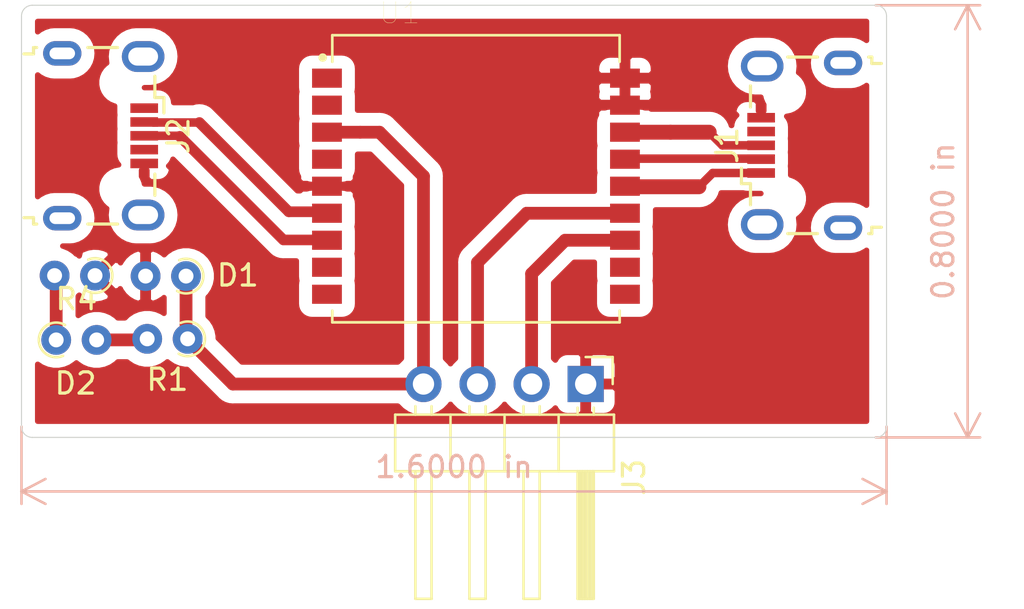
<source format=kicad_pcb>
(kicad_pcb (version 20171130) (host pcbnew 5.1.9-73d0e3b20d~88~ubuntu20.04.1)

  (general
    (thickness 1.6)
    (drawings 10)
    (tracks 43)
    (zones 0)
    (modules 8)
    (nets 23)
  )

  (page A4)
  (title_block
    (title Layout-Expansion_board)
    (date 2021-06-08)
    (rev v2.1)
    (company UNSJ)
  )

  (layers
    (0 F.Cu signal)
    (31 B.Cu signal hide)
    (32 B.Adhes user hide)
    (33 F.Adhes user hide)
    (34 B.Paste user hide)
    (35 F.Paste user hide)
    (36 B.SilkS user)
    (37 F.SilkS user)
    (38 B.Mask user hide)
    (39 F.Mask user hide)
    (40 Dwgs.User user hide)
    (41 Cmts.User user hide)
    (42 Eco1.User user hide)
    (43 Eco2.User user hide)
    (44 Edge.Cuts user)
    (45 Margin user hide)
    (46 B.CrtYd user hide)
    (47 F.CrtYd user)
    (48 B.Fab user hide)
    (49 F.Fab user hide)
  )

  (setup
    (last_trace_width 0.4)
    (trace_clearance 0.2)
    (zone_clearance 0.708)
    (zone_45_only no)
    (trace_min 0.2)
    (via_size 0.8)
    (via_drill 0.4)
    (via_min_size 0.4)
    (via_min_drill 0.3)
    (uvia_size 0.3)
    (uvia_drill 0.1)
    (uvias_allowed no)
    (uvia_min_size 0.2)
    (uvia_min_drill 0.1)
    (edge_width 0.05)
    (segment_width 0.2)
    (pcb_text_width 0.3)
    (pcb_text_size 1.5 1.5)
    (mod_edge_width 0.12)
    (mod_text_size 1 1)
    (mod_text_width 0.15)
    (pad_size 1.524 1.524)
    (pad_drill 0.762)
    (pad_to_mask_clearance 0)
    (aux_axis_origin 0 0)
    (visible_elements FFFFFF7F)
    (pcbplotparams
      (layerselection 0x010fc_ffffffff)
      (usegerberextensions false)
      (usegerberattributes true)
      (usegerberadvancedattributes true)
      (creategerberjobfile true)
      (excludeedgelayer true)
      (linewidth 0.100000)
      (plotframeref false)
      (viasonmask false)
      (mode 1)
      (useauxorigin false)
      (hpglpennumber 1)
      (hpglpenspeed 20)
      (hpglpendiameter 15.000000)
      (psnegative false)
      (psa4output false)
      (plotreference true)
      (plotvalue true)
      (plotinvisibletext false)
      (padsonsilk false)
      (subtractmaskfromsilk false)
      (outputformat 4)
      (mirror false)
      (drillshape 0)
      (scaleselection 1)
      (outputdirectory "pdf/"))
  )

  (net 0 "")
  (net 1 /VIN)
  (net 2 /GND)
  (net 3 "Net-(D2-Pad2)")
  (net 4 /SWDCLK)
  (net 5 /SWDIO)
  (net 6 /RESET)
  (net 7 /V_USB)
  (net 8 /RXD-USB_DP)
  (net 9 /RXD-USB_DM)
  (net 10 "Net-(J2-Pad4)")
  (net 11 "Net-(J2-Pad6)")
  (net 12 /I2C_SDA)
  (net 13 /I2C_SCL)
  (net 14 "Net-(U1-Pad1)")
  (net 15 "Net-(U1-Pad2)")
  (net 16 "Net-(U1-Pad4)")
  (net 17 "Net-(U1-Pad8)")
  (net 18 "Net-(U1-Pad9)")
  (net 19 "Net-(U1-Pad10)")
  (net 20 "Net-(U1-Pad11)")
  (net 21 "Net-(J1-Pad6)")
  (net 22 "Net-(J1-Pad4)")

  (net_class Default "This is the default net class."
    (clearance 0.2)
    (trace_width 0.4)
    (via_dia 0.8)
    (via_drill 0.4)
    (uvia_dia 0.3)
    (uvia_drill 0.1)
    (add_net /I2C_SCL)
    (add_net /I2C_SDA)
    (add_net /RESET)
    (add_net /RXD-USB_DM)
    (add_net /RXD-USB_DP)
    (add_net /SWDCLK)
    (add_net /SWDIO)
    (add_net /VIN)
    (add_net "Net-(D2-Pad2)")
    (add_net "Net-(J1-Pad4)")
    (add_net "Net-(J1-Pad6)")
    (add_net "Net-(J2-Pad4)")
    (add_net "Net-(J2-Pad6)")
    (add_net "Net-(U1-Pad1)")
    (add_net "Net-(U1-Pad10)")
    (add_net "Net-(U1-Pad11)")
    (add_net "Net-(U1-Pad2)")
    (add_net "Net-(U1-Pad4)")
    (add_net "Net-(U1-Pad8)")
    (add_net "Net-(U1-Pad9)")
  )

  (net_class Power ""
    (clearance 0.2)
    (trace_width 0.5)
    (via_dia 0.8)
    (via_drill 0.4)
    (uvia_dia 0.3)
    (uvia_drill 0.1)
    (add_net /GND)
    (add_net /V_USB)
  )

  (module Connector_USB:USB_Micro-B_Wuerth_629105150521 (layer F.Cu) (tedit 5A142044) (tstamp 60C7A4E5)
    (at 100.385 53.128 270)
    (descr "USB Micro-B receptacle, http://www.mouser.com/ds/2/445/629105150521-469306.pdf")
    (tags "usb micro receptacle")
    (path /60BACB5E)
    (attr smd)
    (fp_text reference J2 (at 0 -3.5 90) (layer F.SilkS)
      (effects (font (size 1 1) (thickness 0.15)))
    )
    (fp_text value USB_B_Micro (at 0 5.6 90) (layer F.Fab)
      (effects (font (size 1 1) (thickness 0.15)))
    )
    (fp_line (start -4 -2.25) (end -4 3.15) (layer F.Fab) (width 0.15))
    (fp_line (start -4 3.15) (end -3.7 3.15) (layer F.Fab) (width 0.15))
    (fp_line (start -3.7 3.15) (end -3.7 4.35) (layer F.Fab) (width 0.15))
    (fp_line (start -3.7 4.35) (end 3.7 4.35) (layer F.Fab) (width 0.15))
    (fp_line (start 3.7 4.35) (end 3.7 3.15) (layer F.Fab) (width 0.15))
    (fp_line (start 3.7 3.15) (end 4 3.15) (layer F.Fab) (width 0.15))
    (fp_line (start 4 3.15) (end 4 -2.25) (layer F.Fab) (width 0.15))
    (fp_line (start 4 -2.25) (end -4 -2.25) (layer F.Fab) (width 0.15))
    (fp_line (start -2.7 3.75) (end 2.7 3.75) (layer F.Fab) (width 0.15))
    (fp_line (start -1.075 -2.725) (end -1.3 -2.55) (layer F.Fab) (width 0.15))
    (fp_line (start -1.3 -2.55) (end -1.525 -2.725) (layer F.Fab) (width 0.15))
    (fp_line (start -1.525 -2.725) (end -1.525 -2.95) (layer F.Fab) (width 0.15))
    (fp_line (start -1.525 -2.95) (end -1.075 -2.95) (layer F.Fab) (width 0.15))
    (fp_line (start -1.075 -2.95) (end -1.075 -2.725) (layer F.Fab) (width 0.15))
    (fp_line (start -4.15 -0.65) (end -4.15 0.75) (layer F.SilkS) (width 0.15))
    (fp_line (start -4.15 3.15) (end -4.15 3.3) (layer F.SilkS) (width 0.15))
    (fp_line (start -4.15 3.3) (end -3.85 3.3) (layer F.SilkS) (width 0.15))
    (fp_line (start -3.85 3.3) (end -3.85 3.75) (layer F.SilkS) (width 0.15))
    (fp_line (start 3.85 3.75) (end 3.85 3.3) (layer F.SilkS) (width 0.15))
    (fp_line (start 3.85 3.3) (end 4.15 3.3) (layer F.SilkS) (width 0.15))
    (fp_line (start 4.15 3.3) (end 4.15 3.15) (layer F.SilkS) (width 0.15))
    (fp_line (start 4.15 0.75) (end 4.15 -0.65) (layer F.SilkS) (width 0.15))
    (fp_line (start -1.075 -2.825) (end -1.8 -2.825) (layer F.SilkS) (width 0.15))
    (fp_line (start -1.8 -2.825) (end -1.8 -2.4) (layer F.SilkS) (width 0.15))
    (fp_line (start -1.8 -2.4) (end -2.8 -2.4) (layer F.SilkS) (width 0.15))
    (fp_line (start 1.8 -2.4) (end 2.8 -2.4) (layer F.SilkS) (width 0.15))
    (fp_line (start -4.94 -3.34) (end -4.94 4.85) (layer F.CrtYd) (width 0.05))
    (fp_line (start -4.94 4.85) (end 4.95 4.85) (layer F.CrtYd) (width 0.05))
    (fp_line (start 4.95 4.85) (end 4.95 -3.34) (layer F.CrtYd) (width 0.05))
    (fp_line (start 4.95 -3.34) (end -4.94 -3.34) (layer F.CrtYd) (width 0.05))
    (fp_text user %R (at 0 1.05 90) (layer F.Fab)
      (effects (font (size 1 1) (thickness 0.15)))
    )
    (fp_text user "PCB Edge" (at 0 3.75 90) (layer Dwgs.User)
      (effects (font (size 0.5 0.5) (thickness 0.08)))
    )
    (pad 1 smd rect (at -1.3 -1.9 270) (size 0.45 1.3) (layers F.Cu F.Paste F.Mask)
      (net 7 /V_USB))
    (pad 2 smd rect (at -0.65 -1.9 270) (size 0.45 1.3) (layers F.Cu F.Paste F.Mask)
      (net 8 /RXD-USB_DP))
    (pad 3 smd rect (at 0 -1.9 270) (size 0.45 1.3) (layers F.Cu F.Paste F.Mask)
      (net 9 /RXD-USB_DM))
    (pad 4 smd rect (at 0.65 -1.9 270) (size 0.45 1.3) (layers F.Cu F.Paste F.Mask)
      (net 10 "Net-(J2-Pad4)"))
    (pad 5 smd rect (at 1.3 -1.9 270) (size 0.45 1.3) (layers F.Cu F.Paste F.Mask)
      (net 2 /GND))
    (pad 6 thru_hole oval (at -3.725 -1.85 270) (size 1.45 2) (drill oval 0.85 1.4) (layers *.Cu *.Mask)
      (net 11 "Net-(J2-Pad6)"))
    (pad 6 thru_hole oval (at 3.725 -1.85 270) (size 1.45 2) (drill oval 0.85 1.4) (layers *.Cu *.Mask)
      (net 11 "Net-(J2-Pad6)"))
    (pad 6 thru_hole oval (at -3.875 1.95 270) (size 1.15 1.8) (drill oval 0.55 1.2) (layers *.Cu *.Mask)
      (net 11 "Net-(J2-Pad6)"))
    (pad 6 thru_hole oval (at 3.875 1.95 270) (size 1.15 1.8) (drill oval 0.55 1.2) (layers *.Cu *.Mask)
      (net 11 "Net-(J2-Pad6)"))
    (pad "" np_thru_hole oval (at -2.5 -0.8 270) (size 0.8 0.8) (drill 0.8) (layers *.Cu *.Mask))
    (pad "" np_thru_hole oval (at 2.5 -0.8 270) (size 0.8 0.8) (drill 0.8) (layers *.Cu *.Mask))
    (model ${KISYS3DMOD}/Connector_USB.3dshapes/USB_Micro-B_Wuerth_629105150521.wrl
      (at (xyz 0 0 0))
      (scale (xyz 1 1 1))
      (rotate (xyz 0 0 0))
    )
  )

  (module Connector_USB:USB_Micro-B_Wuerth_629105150521 (layer F.Cu) (tedit 5A142044) (tstamp 60C94974)
    (at 133.168 53.5774 90)
    (descr "USB Micro-B receptacle, http://www.mouser.com/ds/2/445/629105150521-469306.pdf")
    (tags "usb micro receptacle")
    (path /60C7DFF7)
    (attr smd)
    (fp_text reference J1 (at 0 -3.5 90) (layer F.SilkS)
      (effects (font (size 1 1) (thickness 0.15)))
    )
    (fp_text value USB_B_Micro (at 0 5.6 90) (layer F.Fab)
      (effects (font (size 1 1) (thickness 0.15)))
    )
    (fp_line (start 4.95 -3.34) (end -4.94 -3.34) (layer F.CrtYd) (width 0.05))
    (fp_line (start 4.95 4.85) (end 4.95 -3.34) (layer F.CrtYd) (width 0.05))
    (fp_line (start -4.94 4.85) (end 4.95 4.85) (layer F.CrtYd) (width 0.05))
    (fp_line (start -4.94 -3.34) (end -4.94 4.85) (layer F.CrtYd) (width 0.05))
    (fp_line (start 1.8 -2.4) (end 2.8 -2.4) (layer F.SilkS) (width 0.15))
    (fp_line (start -1.8 -2.4) (end -2.8 -2.4) (layer F.SilkS) (width 0.15))
    (fp_line (start -1.8 -2.825) (end -1.8 -2.4) (layer F.SilkS) (width 0.15))
    (fp_line (start -1.075 -2.825) (end -1.8 -2.825) (layer F.SilkS) (width 0.15))
    (fp_line (start 4.15 0.75) (end 4.15 -0.65) (layer F.SilkS) (width 0.15))
    (fp_line (start 4.15 3.3) (end 4.15 3.15) (layer F.SilkS) (width 0.15))
    (fp_line (start 3.85 3.3) (end 4.15 3.3) (layer F.SilkS) (width 0.15))
    (fp_line (start 3.85 3.75) (end 3.85 3.3) (layer F.SilkS) (width 0.15))
    (fp_line (start -3.85 3.3) (end -3.85 3.75) (layer F.SilkS) (width 0.15))
    (fp_line (start -4.15 3.3) (end -3.85 3.3) (layer F.SilkS) (width 0.15))
    (fp_line (start -4.15 3.15) (end -4.15 3.3) (layer F.SilkS) (width 0.15))
    (fp_line (start -4.15 -0.65) (end -4.15 0.75) (layer F.SilkS) (width 0.15))
    (fp_line (start -1.075 -2.95) (end -1.075 -2.725) (layer F.Fab) (width 0.15))
    (fp_line (start -1.525 -2.95) (end -1.075 -2.95) (layer F.Fab) (width 0.15))
    (fp_line (start -1.525 -2.725) (end -1.525 -2.95) (layer F.Fab) (width 0.15))
    (fp_line (start -1.3 -2.55) (end -1.525 -2.725) (layer F.Fab) (width 0.15))
    (fp_line (start -1.075 -2.725) (end -1.3 -2.55) (layer F.Fab) (width 0.15))
    (fp_line (start -2.7 3.75) (end 2.7 3.75) (layer F.Fab) (width 0.15))
    (fp_line (start 4 -2.25) (end -4 -2.25) (layer F.Fab) (width 0.15))
    (fp_line (start 4 3.15) (end 4 -2.25) (layer F.Fab) (width 0.15))
    (fp_line (start 3.7 3.15) (end 4 3.15) (layer F.Fab) (width 0.15))
    (fp_line (start 3.7 4.35) (end 3.7 3.15) (layer F.Fab) (width 0.15))
    (fp_line (start -3.7 4.35) (end 3.7 4.35) (layer F.Fab) (width 0.15))
    (fp_line (start -3.7 3.15) (end -3.7 4.35) (layer F.Fab) (width 0.15))
    (fp_line (start -4 3.15) (end -3.7 3.15) (layer F.Fab) (width 0.15))
    (fp_line (start -4 -2.25) (end -4 3.15) (layer F.Fab) (width 0.15))
    (fp_text user "PCB Edge" (at 0 3.75 90) (layer Dwgs.User)
      (effects (font (size 0.5 0.5) (thickness 0.08)))
    )
    (fp_text user %R (at 0 1.05 270) (layer F.Fab)
      (effects (font (size 1 1) (thickness 0.15)))
    )
    (pad "" np_thru_hole oval (at 2.5 -0.8 90) (size 0.8 0.8) (drill 0.8) (layers *.Cu *.Mask))
    (pad "" np_thru_hole oval (at -2.5 -0.8 90) (size 0.8 0.8) (drill 0.8) (layers *.Cu *.Mask))
    (pad 6 thru_hole oval (at 3.875 1.95 90) (size 1.15 1.8) (drill oval 0.55 1.2) (layers *.Cu *.Mask)
      (net 21 "Net-(J1-Pad6)"))
    (pad 6 thru_hole oval (at -3.875 1.95 90) (size 1.15 1.8) (drill oval 0.55 1.2) (layers *.Cu *.Mask)
      (net 21 "Net-(J1-Pad6)"))
    (pad 6 thru_hole oval (at 3.725 -1.85 90) (size 1.45 2) (drill oval 0.85 1.4) (layers *.Cu *.Mask)
      (net 21 "Net-(J1-Pad6)"))
    (pad 6 thru_hole oval (at -3.725 -1.85 90) (size 1.45 2) (drill oval 0.85 1.4) (layers *.Cu *.Mask)
      (net 21 "Net-(J1-Pad6)"))
    (pad 5 smd rect (at 1.3 -1.9 90) (size 0.45 1.3) (layers F.Cu F.Paste F.Mask)
      (net 2 /GND))
    (pad 4 smd rect (at 0.65 -1.9 90) (size 0.45 1.3) (layers F.Cu F.Paste F.Mask)
      (net 22 "Net-(J1-Pad4)"))
    (pad 3 smd rect (at 0 -1.9 90) (size 0.45 1.3) (layers F.Cu F.Paste F.Mask)
      (net 5 /SWDIO))
    (pad 2 smd rect (at -0.65 -1.9 90) (size 0.45 1.3) (layers F.Cu F.Paste F.Mask)
      (net 4 /SWDCLK))
    (pad 1 smd rect (at -1.3 -1.9 90) (size 0.45 1.3) (layers F.Cu F.Paste F.Mask)
      (net 6 /RESET))
    (model ${KISYS3DMOD}/Connector_USB.3dshapes/USB_Micro-B_Wuerth_629105150521.wrl
      (at (xyz 0 0 0))
      (scale (xyz 1 1 1))
      (rotate (xyz 0 0 0))
    )
  )

  (module STEVAL-STLCS01V1_footprint:XDCR_STEVAL-STLCS01V1 (layer F.Cu) (tedit 60BA88FE) (tstamp 60C94885)
    (at 117.871 55.499)
    (path /60BA8E27)
    (fp_text reference U1 (at -3.57888 -8.14384) (layer F.SilkS)
      (effects (font (size 1.001087 1.001087) (thickness 0.015)))
    )
    (fp_text value STEVAL-STLCS01V1 (at 6.69817 7.42958) (layer F.Fab)
      (effects (font (size 1.001969 1.001969) (thickness 0.015)))
    )
    (fp_line (start -6.75 -5.85) (end -6.75 -7.1) (layer F.SilkS) (width 0.127))
    (fp_line (start -6.75 -7.1) (end 6.75 -7.1) (layer F.SilkS) (width 0.127))
    (fp_line (start 6.75 -7.1) (end 6.75 -5.85) (layer F.SilkS) (width 0.127))
    (fp_line (start -6.75 5.85) (end -6.75 6.4) (layer F.SilkS) (width 0.127))
    (fp_line (start -6.75 6.4) (end 6.75 6.4) (layer F.SilkS) (width 0.127))
    (fp_line (start 6.75 6.4) (end 6.75 5.85) (layer F.SilkS) (width 0.127))
    (fp_circle (center -7.2 -6.05) (end -7.1 -6.05) (layer F.SilkS) (width 0.2))
    (fp_line (start -7.95 6.65) (end 7.95 6.65) (layer F.CrtYd) (width 0.05))
    (fp_line (start 7.95 6.65) (end 7.95 -7.35) (layer F.CrtYd) (width 0.05))
    (fp_line (start 7.95 -7.35) (end -7.95 -7.35) (layer F.CrtYd) (width 0.05))
    (fp_line (start -7.95 -7.35) (end -7.95 6.65) (layer F.CrtYd) (width 0.05))
    (fp_poly (pts (xy -0.050068 -7.05) (xy 5.95 -7.05) (xy 5.95 -3.85522) (xy -0.050068 -3.85522)) (layer Dwgs.User) (width 0.01))
    (fp_poly (pts (xy -0.050146 -7.05) (xy 5.95 -7.05) (xy 5.95 -3.86122) (xy -0.050146 -3.86122)) (layer Dwgs.User) (width 0.01))
    (fp_poly (pts (xy -0.050039 -7.05) (xy 5.95 -7.05) (xy 5.95 -3.85302) (xy -0.050039 -3.85302)) (layer Dwgs.User) (width 0.01))
    (fp_poly (pts (xy -5.61746 -6.5) (xy -1.35 -6.5) (xy -1.35 -4.71466) (xy -5.61746 -4.71466)) (layer Dwgs.User) (width 0.01))
    (fp_poly (pts (xy -1.85399 -3.4) (xy 1.85 -3.4) (xy 1.85 3.00646) (xy -1.85399 3.00646)) (layer Dwgs.User) (width 0.01))
    (fp_poly (pts (xy 5.50937 5.6) (xy 6.2 5.6) (xy 6.2 6.41091) (xy 5.50937 6.41091)) (layer Dwgs.User) (width 0.01))
    (fp_poly (pts (xy 6.01456 -5.8) (xy 7.8 -5.8) (xy 7.8 -5.61359) (xy 6.01456 -5.61359)) (layer Dwgs.User) (width 0.01))
    (fp_poly (pts (xy 6.01817 -5.6) (xy 6.2 -5.6) (xy 6.2 -3.30999) (xy 6.01817 -3.30999)) (layer Dwgs.User) (width 0.01))
    (fp_poly (pts (xy 6.01398 -3.3) (xy 7.8 -3.3) (xy 7.8 -3.10722) (xy 6.01398 -3.10722)) (layer Dwgs.User) (width 0.01))
    (fp_poly (pts (xy 6.21354 -4.525) (xy 7.8 -4.525) (xy 7.8 -4.35949) (xy 6.21354 -4.35949)) (layer Dwgs.User) (width 0.01))
    (pad 1 smd rect (at -7 -5.08) (size 1.4 0.9) (layers F.Cu F.Paste F.Mask)
      (net 14 "Net-(U1-Pad1)"))
    (pad 2 smd rect (at -7 -3.81) (size 1.4 0.9) (layers F.Cu F.Paste F.Mask)
      (net 15 "Net-(U1-Pad2)"))
    (pad 3 smd rect (at -7 -2.54) (size 1.4 0.9) (layers F.Cu F.Paste F.Mask)
      (net 1 /VIN))
    (pad 4 smd rect (at -7 -1.27) (size 1.4 0.9) (layers F.Cu F.Paste F.Mask)
      (net 16 "Net-(U1-Pad4)"))
    (pad 5 smd rect (at -7 0) (size 1.4 0.9) (layers F.Cu F.Paste F.Mask)
      (net 2 /GND))
    (pad 6 smd rect (at -7 1.27) (size 1.4 0.9) (layers F.Cu F.Paste F.Mask)
      (net 8 /RXD-USB_DP))
    (pad 7 smd rect (at -7 2.54) (size 1.4 0.9) (layers F.Cu F.Paste F.Mask)
      (net 9 /RXD-USB_DM))
    (pad 8 smd rect (at -7 3.81) (size 1.4 0.9) (layers F.Cu F.Paste F.Mask)
      (net 17 "Net-(U1-Pad8)"))
    (pad 9 smd rect (at -7 5.08) (size 1.4 0.9) (layers F.Cu F.Paste F.Mask)
      (net 18 "Net-(U1-Pad9)"))
    (pad 10 smd rect (at 7 5.08) (size 1.4 0.9) (layers F.Cu F.Paste F.Mask)
      (net 19 "Net-(U1-Pad10)"))
    (pad 11 smd rect (at 7 3.81) (size 1.4 0.9) (layers F.Cu F.Paste F.Mask)
      (net 20 "Net-(U1-Pad11)"))
    (pad 12 smd rect (at 7 2.54) (size 1.4 0.9) (layers F.Cu F.Paste F.Mask)
      (net 12 /I2C_SDA))
    (pad 13 smd rect (at 7 1.27) (size 1.4 0.9) (layers F.Cu F.Paste F.Mask)
      (net 13 /I2C_SCL))
    (pad 14 smd rect (at 7 0) (size 1.4 0.9) (layers F.Cu F.Paste F.Mask)
      (net 6 /RESET))
    (pad 15 smd rect (at 7 -1.27) (size 1.4 0.9) (layers F.Cu F.Paste F.Mask)
      (net 4 /SWDCLK))
    (pad 16 smd rect (at 7 -2.54) (size 1.4 0.9) (layers F.Cu F.Paste F.Mask)
      (net 5 /SWDIO))
    (pad 17 smd rect (at 7 -3.81) (size 1.4 0.9) (layers F.Cu F.Paste F.Mask)
      (net 2 /GND))
    (pad 18 smd rect (at 7 -5.08) (size 1.4 0.9) (layers F.Cu F.Paste F.Mask)
      (net 2 /GND))
  )

  (module Connector_PinHeader_2.54mm:PinHeader_1x04_P2.54mm_Horizontal (layer F.Cu) (tedit 59FED5CB) (tstamp 60C918B8)
    (at 123.025 64.8 270)
    (descr "Through hole angled pin header, 1x04, 2.54mm pitch, 6mm pin length, single row")
    (tags "Through hole angled pin header THT 1x04 2.54mm single row")
    (path /60C28856)
    (fp_text reference J3 (at 4.385 -2.27 90) (layer F.SilkS)
      (effects (font (size 1 1) (thickness 0.15)))
    )
    (fp_text value Conn_01x04_Male (at 4.385 9.89 90) (layer F.Fab)
      (effects (font (size 1 1) (thickness 0.15)))
    )
    (fp_line (start 10.55 -1.8) (end -1.8 -1.8) (layer F.CrtYd) (width 0.05))
    (fp_line (start 10.55 9.4) (end 10.55 -1.8) (layer F.CrtYd) (width 0.05))
    (fp_line (start -1.8 9.4) (end 10.55 9.4) (layer F.CrtYd) (width 0.05))
    (fp_line (start -1.8 -1.8) (end -1.8 9.4) (layer F.CrtYd) (width 0.05))
    (fp_line (start -1.27 -1.27) (end 0 -1.27) (layer F.SilkS) (width 0.12))
    (fp_line (start -1.27 0) (end -1.27 -1.27) (layer F.SilkS) (width 0.12))
    (fp_line (start 1.042929 8) (end 1.44 8) (layer F.SilkS) (width 0.12))
    (fp_line (start 1.042929 7.24) (end 1.44 7.24) (layer F.SilkS) (width 0.12))
    (fp_line (start 10.1 8) (end 4.1 8) (layer F.SilkS) (width 0.12))
    (fp_line (start 10.1 7.24) (end 10.1 8) (layer F.SilkS) (width 0.12))
    (fp_line (start 4.1 7.24) (end 10.1 7.24) (layer F.SilkS) (width 0.12))
    (fp_line (start 1.44 6.35) (end 4.1 6.35) (layer F.SilkS) (width 0.12))
    (fp_line (start 1.042929 5.46) (end 1.44 5.46) (layer F.SilkS) (width 0.12))
    (fp_line (start 1.042929 4.7) (end 1.44 4.7) (layer F.SilkS) (width 0.12))
    (fp_line (start 10.1 5.46) (end 4.1 5.46) (layer F.SilkS) (width 0.12))
    (fp_line (start 10.1 4.7) (end 10.1 5.46) (layer F.SilkS) (width 0.12))
    (fp_line (start 4.1 4.7) (end 10.1 4.7) (layer F.SilkS) (width 0.12))
    (fp_line (start 1.44 3.81) (end 4.1 3.81) (layer F.SilkS) (width 0.12))
    (fp_line (start 1.042929 2.92) (end 1.44 2.92) (layer F.SilkS) (width 0.12))
    (fp_line (start 1.042929 2.16) (end 1.44 2.16) (layer F.SilkS) (width 0.12))
    (fp_line (start 10.1 2.92) (end 4.1 2.92) (layer F.SilkS) (width 0.12))
    (fp_line (start 10.1 2.16) (end 10.1 2.92) (layer F.SilkS) (width 0.12))
    (fp_line (start 4.1 2.16) (end 10.1 2.16) (layer F.SilkS) (width 0.12))
    (fp_line (start 1.44 1.27) (end 4.1 1.27) (layer F.SilkS) (width 0.12))
    (fp_line (start 1.11 0.38) (end 1.44 0.38) (layer F.SilkS) (width 0.12))
    (fp_line (start 1.11 -0.38) (end 1.44 -0.38) (layer F.SilkS) (width 0.12))
    (fp_line (start 4.1 0.28) (end 10.1 0.28) (layer F.SilkS) (width 0.12))
    (fp_line (start 4.1 0.16) (end 10.1 0.16) (layer F.SilkS) (width 0.12))
    (fp_line (start 4.1 0.04) (end 10.1 0.04) (layer F.SilkS) (width 0.12))
    (fp_line (start 4.1 -0.08) (end 10.1 -0.08) (layer F.SilkS) (width 0.12))
    (fp_line (start 4.1 -0.2) (end 10.1 -0.2) (layer F.SilkS) (width 0.12))
    (fp_line (start 4.1 -0.32) (end 10.1 -0.32) (layer F.SilkS) (width 0.12))
    (fp_line (start 10.1 0.38) (end 4.1 0.38) (layer F.SilkS) (width 0.12))
    (fp_line (start 10.1 -0.38) (end 10.1 0.38) (layer F.SilkS) (width 0.12))
    (fp_line (start 4.1 -0.38) (end 10.1 -0.38) (layer F.SilkS) (width 0.12))
    (fp_line (start 4.1 -1.33) (end 1.44 -1.33) (layer F.SilkS) (width 0.12))
    (fp_line (start 4.1 8.95) (end 4.1 -1.33) (layer F.SilkS) (width 0.12))
    (fp_line (start 1.44 8.95) (end 4.1 8.95) (layer F.SilkS) (width 0.12))
    (fp_line (start 1.44 -1.33) (end 1.44 8.95) (layer F.SilkS) (width 0.12))
    (fp_line (start 4.04 7.94) (end 10.04 7.94) (layer F.Fab) (width 0.1))
    (fp_line (start 10.04 7.3) (end 10.04 7.94) (layer F.Fab) (width 0.1))
    (fp_line (start 4.04 7.3) (end 10.04 7.3) (layer F.Fab) (width 0.1))
    (fp_line (start -0.32 7.94) (end 1.5 7.94) (layer F.Fab) (width 0.1))
    (fp_line (start -0.32 7.3) (end -0.32 7.94) (layer F.Fab) (width 0.1))
    (fp_line (start -0.32 7.3) (end 1.5 7.3) (layer F.Fab) (width 0.1))
    (fp_line (start 4.04 5.4) (end 10.04 5.4) (layer F.Fab) (width 0.1))
    (fp_line (start 10.04 4.76) (end 10.04 5.4) (layer F.Fab) (width 0.1))
    (fp_line (start 4.04 4.76) (end 10.04 4.76) (layer F.Fab) (width 0.1))
    (fp_line (start -0.32 5.4) (end 1.5 5.4) (layer F.Fab) (width 0.1))
    (fp_line (start -0.32 4.76) (end -0.32 5.4) (layer F.Fab) (width 0.1))
    (fp_line (start -0.32 4.76) (end 1.5 4.76) (layer F.Fab) (width 0.1))
    (fp_line (start 4.04 2.86) (end 10.04 2.86) (layer F.Fab) (width 0.1))
    (fp_line (start 10.04 2.22) (end 10.04 2.86) (layer F.Fab) (width 0.1))
    (fp_line (start 4.04 2.22) (end 10.04 2.22) (layer F.Fab) (width 0.1))
    (fp_line (start -0.32 2.86) (end 1.5 2.86) (layer F.Fab) (width 0.1))
    (fp_line (start -0.32 2.22) (end -0.32 2.86) (layer F.Fab) (width 0.1))
    (fp_line (start -0.32 2.22) (end 1.5 2.22) (layer F.Fab) (width 0.1))
    (fp_line (start 4.04 0.32) (end 10.04 0.32) (layer F.Fab) (width 0.1))
    (fp_line (start 10.04 -0.32) (end 10.04 0.32) (layer F.Fab) (width 0.1))
    (fp_line (start 4.04 -0.32) (end 10.04 -0.32) (layer F.Fab) (width 0.1))
    (fp_line (start -0.32 0.32) (end 1.5 0.32) (layer F.Fab) (width 0.1))
    (fp_line (start -0.32 -0.32) (end -0.32 0.32) (layer F.Fab) (width 0.1))
    (fp_line (start -0.32 -0.32) (end 1.5 -0.32) (layer F.Fab) (width 0.1))
    (fp_line (start 1.5 -0.635) (end 2.135 -1.27) (layer F.Fab) (width 0.1))
    (fp_line (start 1.5 8.89) (end 1.5 -0.635) (layer F.Fab) (width 0.1))
    (fp_line (start 4.04 8.89) (end 1.5 8.89) (layer F.Fab) (width 0.1))
    (fp_line (start 4.04 -1.27) (end 4.04 8.89) (layer F.Fab) (width 0.1))
    (fp_line (start 2.135 -1.27) (end 4.04 -1.27) (layer F.Fab) (width 0.1))
    (fp_text user %R (at 2.77 3.81) (layer F.Fab)
      (effects (font (size 1 1) (thickness 0.15)))
    )
    (pad 1 thru_hole rect (at 0 0 270) (size 1.7 1.7) (drill 1) (layers *.Cu *.Mask)
      (net 2 /GND))
    (pad 2 thru_hole oval (at 0 2.54 270) (size 1.7 1.7) (drill 1) (layers *.Cu *.Mask)
      (net 12 /I2C_SDA))
    (pad 3 thru_hole oval (at 0 5.08 270) (size 1.7 1.7) (drill 1) (layers *.Cu *.Mask)
      (net 13 /I2C_SCL))
    (pad 4 thru_hole oval (at 0 7.62 270) (size 1.7 1.7) (drill 1) (layers *.Cu *.Mask)
      (net 1 /VIN))
    (model ${KISYS3DMOD}/Connector_PinHeader_2.54mm.3dshapes/PinHeader_1x04_P2.54mm_Horizontal.wrl
      (at (xyz 0 0 0))
      (scale (xyz 1 1 1))
      (rotate (xyz 0 0 0))
    )
  )

  (module Resistor_THT:R_Axial_DIN0204_L3.6mm_D1.6mm_P1.90mm_Vertical (layer F.Cu) (tedit 5AE5139B) (tstamp 60C93A7A)
    (at 104.325 62.675 180)
    (descr "Resistor, Axial_DIN0204 series, Axial, Vertical, pin pitch=1.9mm, 0.167W, length*diameter=3.6*1.6mm^2, http://cdn-reichelt.de/documents/datenblatt/B400/1_4W%23YAG.pdf")
    (tags "Resistor Axial_DIN0204 series Axial Vertical pin pitch 1.9mm 0.167W length 3.6mm diameter 1.6mm")
    (path /60C00A3D)
    (fp_text reference R1 (at 0.95 -1.92) (layer F.SilkS)
      (effects (font (size 1 1) (thickness 0.15)))
    )
    (fp_text value 1,2Ω (at 0.95 1.92) (layer F.Fab)
      (effects (font (size 1 1) (thickness 0.15)))
    )
    (fp_line (start 2.86 -1.05) (end -1.05 -1.05) (layer F.CrtYd) (width 0.05))
    (fp_line (start 2.86 1.05) (end 2.86 -1.05) (layer F.CrtYd) (width 0.05))
    (fp_line (start -1.05 1.05) (end 2.86 1.05) (layer F.CrtYd) (width 0.05))
    (fp_line (start -1.05 -1.05) (end -1.05 1.05) (layer F.CrtYd) (width 0.05))
    (fp_line (start 0 0) (end 1.9 0) (layer F.Fab) (width 0.1))
    (fp_circle (center 0 0) (end 0.8 0) (layer F.Fab) (width 0.1))
    (fp_arc (start 0 0) (end 0.417133 -0.7) (angle -233.92106) (layer F.SilkS) (width 0.12))
    (fp_text user %R (at 0.95 -1.92) (layer F.Fab)
      (effects (font (size 1 1) (thickness 0.15)))
    )
    (pad 1 thru_hole circle (at 0 0 180) (size 1.4 1.4) (drill 0.7) (layers *.Cu *.Mask)
      (net 1 /VIN))
    (pad 2 thru_hole oval (at 1.9 0 180) (size 1.4 1.4) (drill 0.7) (layers *.Cu *.Mask)
      (net 7 /V_USB))
    (model ${KISYS3DMOD}/Resistor_THT.3dshapes/R_Axial_DIN0204_L3.6mm_D1.6mm_P1.90mm_Vertical.wrl
      (at (xyz 0 0 0))
      (scale (xyz 1 1 1))
      (rotate (xyz 0 0 0))
    )
  )

  (module Resistor_THT:R_Axial_DIN0204_L3.6mm_D1.6mm_P1.90mm_Vertical (layer F.Cu) (tedit 5AE5139B) (tstamp 60C93A87)
    (at 98.15 62.725)
    (descr "Resistor, Axial_DIN0204 series, Axial, Vertical, pin pitch=1.9mm, 0.167W, length*diameter=3.6*1.6mm^2, http://cdn-reichelt.de/documents/datenblatt/B400/1_4W%23YAG.pdf")
    (tags "Resistor Axial_DIN0204 series Axial Vertical pin pitch 1.9mm 0.167W length 3.6mm diameter 1.6mm")
    (path /60C6E1B1)
    (fp_text reference R4 (at 0.95 -1.92) (layer F.SilkS)
      (effects (font (size 1 1) (thickness 0.15)))
    )
    (fp_text value 1kΩ (at 0.95 1.92) (layer F.Fab)
      (effects (font (size 1 1) (thickness 0.15)))
    )
    (fp_circle (center 0 0) (end 0.8 0) (layer F.Fab) (width 0.1))
    (fp_line (start 0 0) (end 1.9 0) (layer F.Fab) (width 0.1))
    (fp_line (start -1.05 -1.05) (end -1.05 1.05) (layer F.CrtYd) (width 0.05))
    (fp_line (start -1.05 1.05) (end 2.86 1.05) (layer F.CrtYd) (width 0.05))
    (fp_line (start 2.86 1.05) (end 2.86 -1.05) (layer F.CrtYd) (width 0.05))
    (fp_line (start 2.86 -1.05) (end -1.05 -1.05) (layer F.CrtYd) (width 0.05))
    (fp_text user %R (at 0.95 -1.92) (layer F.Fab)
      (effects (font (size 1 1) (thickness 0.15)))
    )
    (fp_arc (start 0 0) (end 0.417133 -0.7) (angle -233.92106) (layer F.SilkS) (width 0.12))
    (pad 2 thru_hole oval (at 1.9 0) (size 1.4 1.4) (drill 0.7) (layers *.Cu *.Mask)
      (net 7 /V_USB))
    (pad 1 thru_hole circle (at 0 0) (size 1.4 1.4) (drill 0.7) (layers *.Cu *.Mask)
      (net 3 "Net-(D2-Pad2)"))
    (model ${KISYS3DMOD}/Resistor_THT.3dshapes/R_Axial_DIN0204_L3.6mm_D1.6mm_P1.90mm_Vertical.wrl
      (at (xyz 0 0 0))
      (scale (xyz 1 1 1))
      (rotate (xyz 0 0 0))
    )
  )

  (module Resistor_THT:R_Axial_DIN0204_L3.6mm_D1.6mm_P1.90mm_Vertical (layer F.Cu) (tedit 5AE5139B) (tstamp 60C94421)
    (at 104.25 59.725 180)
    (descr "Resistor, Axial_DIN0204 series, Axial, Vertical, pin pitch=1.9mm, 0.167W, length*diameter=3.6*1.6mm^2, http://cdn-reichelt.de/documents/datenblatt/B400/1_4W%23YAG.pdf")
    (tags "Resistor Axial_DIN0204 series Axial Vertical pin pitch 1.9mm 0.167W length 3.6mm diameter 1.6mm")
    (path /60BFFB26)
    (fp_text reference D1 (at -2.43 0.035) (layer F.SilkS)
      (effects (font (size 1 1) (thickness 0.15)))
    )
    (fp_text value D_Zener (at 0.95 1.92) (layer F.Fab)
      (effects (font (size 1 1) (thickness 0.15)))
    )
    (fp_line (start 2.86 -1.05) (end -1.05 -1.05) (layer F.CrtYd) (width 0.05))
    (fp_line (start 2.86 1.05) (end 2.86 -1.05) (layer F.CrtYd) (width 0.05))
    (fp_line (start -1.05 1.05) (end 2.86 1.05) (layer F.CrtYd) (width 0.05))
    (fp_line (start -1.05 -1.05) (end -1.05 1.05) (layer F.CrtYd) (width 0.05))
    (fp_line (start 0 0) (end 1.9 0) (layer F.Fab) (width 0.1))
    (fp_circle (center 0 0) (end 0.8 0) (layer F.Fab) (width 0.1))
    (fp_arc (start 0 0) (end 0.417133 -0.7) (angle -233.92106) (layer F.SilkS) (width 0.12))
    (fp_text user %R (at 0.95 -1.92) (layer F.Fab)
      (effects (font (size 1 1) (thickness 0.15)))
    )
    (pad 1 thru_hole circle (at 0 0 180) (size 1.4 1.4) (drill 0.7) (layers *.Cu *.Mask)
      (net 1 /VIN))
    (pad 2 thru_hole oval (at 1.9 0 180) (size 1.4 1.4) (drill 0.7) (layers *.Cu *.Mask)
      (net 2 /GND))
    (model ${KISYS3DMOD}/Resistor_THT.3dshapes/R_Axial_DIN0204_L3.6mm_D1.6mm_P1.90mm_Vertical.wrl
      (at (xyz 0 0 0))
      (scale (xyz 1 1 1))
      (rotate (xyz 0 0 0))
    )
  )

  (module Resistor_THT:R_Axial_DIN0204_L3.6mm_D1.6mm_P1.90mm_Vertical (layer F.Cu) (tedit 5AE5139B) (tstamp 60C942AC)
    (at 99.975 59.7 180)
    (descr "Resistor, Axial_DIN0204 series, Axial, Vertical, pin pitch=1.9mm, 0.167W, length*diameter=3.6*1.6mm^2, http://cdn-reichelt.de/documents/datenblatt/B400/1_4W%23YAG.pdf")
    (tags "Resistor Axial_DIN0204 series Axial Vertical pin pitch 1.9mm 0.167W length 3.6mm diameter 1.6mm")
    (path /60C6CD3B)
    (fp_text reference D2 (at 0.915 -5.07) (layer F.SilkS)
      (effects (font (size 1 1) (thickness 0.15)))
    )
    (fp_text value LED (at 0.95 1.92) (layer F.Fab)
      (effects (font (size 1 1) (thickness 0.15)))
    )
    (fp_circle (center 0 0) (end 0.8 0) (layer F.Fab) (width 0.1))
    (fp_line (start 0 0) (end 1.9 0) (layer F.Fab) (width 0.1))
    (fp_line (start -1.05 -1.05) (end -1.05 1.05) (layer F.CrtYd) (width 0.05))
    (fp_line (start -1.05 1.05) (end 2.86 1.05) (layer F.CrtYd) (width 0.05))
    (fp_line (start 2.86 1.05) (end 2.86 -1.05) (layer F.CrtYd) (width 0.05))
    (fp_line (start 2.86 -1.05) (end -1.05 -1.05) (layer F.CrtYd) (width 0.05))
    (fp_text user %R (at 0.95 -1.92) (layer F.Fab)
      (effects (font (size 1 1) (thickness 0.15)))
    )
    (fp_arc (start 0 0) (end 0.417133 -0.7) (angle -233.92106) (layer F.SilkS) (width 0.12))
    (pad 2 thru_hole oval (at 1.9 0 180) (size 1.4 1.4) (drill 0.7) (layers *.Cu *.Mask)
      (net 3 "Net-(D2-Pad2)"))
    (pad 1 thru_hole circle (at 0 0 180) (size 1.4 1.4) (drill 0.7) (layers *.Cu *.Mask)
      (net 2 /GND))
    (model ${KISYS3DMOD}/Resistor_THT.3dshapes/R_Axial_DIN0204_L3.6mm_D1.6mm_P1.90mm_Vertical.wrl
      (at (xyz 0 0 0))
      (scale (xyz 1 1 1))
      (rotate (xyz 0 0 0))
    )
  )

  (dimension 20.32 (width 0.12) (layer B.SilkS)
    (gr_text "20,320 mm" (at 142.24 57.15 90) (layer B.SilkS)
      (effects (font (size 1 1) (thickness 0.15)))
    )
    (feature1 (pts (xy 136.652 46.99) (xy 141.556421 46.99)))
    (feature2 (pts (xy 136.652 67.31) (xy 141.556421 67.31)))
    (crossbar (pts (xy 140.97 67.31) (xy 140.97 46.99)))
    (arrow1a (pts (xy 140.97 46.99) (xy 141.556421 48.116504)))
    (arrow1b (pts (xy 140.97 46.99) (xy 140.383579 48.116504)))
    (arrow2a (pts (xy 140.97 67.31) (xy 141.556421 66.183496)))
    (arrow2b (pts (xy 140.97 67.31) (xy 140.383579 66.183496)))
  )
  (dimension 40.64 (width 0.12) (layer B.SilkS)
    (gr_text "40,640 mm" (at 116.84 71.12) (layer B.SilkS)
      (effects (font (size 1 1) (thickness 0.15)))
    )
    (feature1 (pts (xy 137.16 66.802) (xy 137.16 70.436421)))
    (feature2 (pts (xy 96.52 66.802) (xy 96.52 70.436421)))
    (crossbar (pts (xy 96.52 69.85) (xy 137.16 69.85)))
    (arrow1a (pts (xy 137.16 69.85) (xy 136.033496 70.436421)))
    (arrow1b (pts (xy 137.16 69.85) (xy 136.033496 69.263579)))
    (arrow2a (pts (xy 96.52 69.85) (xy 97.646504 70.436421)))
    (arrow2b (pts (xy 96.52 69.85) (xy 97.646504 69.263579)))
  )
  (gr_line (start 97.028 67.31) (end 136.652 67.31) (layer Edge.Cuts) (width 0.05) (tstamp 60C94371))
  (gr_line (start 96.52 47.498) (end 96.52 66.802) (layer Edge.Cuts) (width 0.05) (tstamp 60C94370))
  (gr_line (start 136.652 46.99) (end 97.028 46.99) (layer Edge.Cuts) (width 0.05) (tstamp 60C9436F))
  (gr_line (start 137.16 66.802) (end 137.16 47.498) (layer Edge.Cuts) (width 0.05) (tstamp 60C9436E))
  (gr_arc (start 97.028 47.498) (end 97.028 46.99) (angle -90) (layer Edge.Cuts) (width 0.05))
  (gr_arc (start 97.028 66.802) (end 96.52 66.802) (angle -90) (layer Edge.Cuts) (width 0.05))
  (gr_arc (start 136.652 66.802) (end 136.652 67.31) (angle -90) (layer Edge.Cuts) (width 0.05))
  (gr_arc (start 136.652 47.498) (end 137.16 47.498) (angle -90) (layer Edge.Cuts) (width 0.05))

  (segment (start 104.25 62.6) (end 104.325 62.675) (width 0.4) (layer F.Cu) (net 1))
  (segment (start 104.25 59.725) (end 104.25 62.6) (width 0.6) (layer F.Cu) (net 1))
  (segment (start 106.45 64.8) (end 104.325 62.675) (width 0.6) (layer F.Cu) (net 1))
  (segment (start 115.405 64.8) (end 106.45 64.8) (width 0.6) (layer F.Cu) (net 1))
  (segment (start 112.434 52.959) (end 110.871 52.959) (width 0.6) (layer F.Cu) (net 1))
  (segment (start 113.3348 52.959) (end 112.434 52.959) (width 0.6) (layer F.Cu) (net 1))
  (segment (start 115.405 55.0292) (end 113.3348 52.959) (width 0.6) (layer F.Cu) (net 1))
  (segment (start 115.405 64.8) (end 115.405 55.0292) (width 0.6) (layer F.Cu) (net 1))
  (segment (start 98.15 59.775) (end 98.075 59.7) (width 0.4) (layer F.Cu) (net 3))
  (segment (start 98.15 62.725) (end 98.15 59.775) (width 0.6) (layer F.Cu) (net 3))
  (segment (start 131.2664 54.229) (end 131.268 54.2274) (width 0.4) (layer F.Cu) (net 4))
  (segment (start 131.1926 54.2274) (end 131.1688 54.2036) (width 0.4) (layer F.Cu) (net 4))
  (segment (start 131.268 54.2274) (end 131.1926 54.2274) (width 0.4) (layer F.Cu) (net 4))
  (segment (start 124.8964 54.2036) (end 124.871 54.229) (width 0.4) (layer F.Cu) (net 4))
  (segment (start 131.1688 54.2036) (end 124.8964 54.2036) (width 0.4) (layer F.Cu) (net 4))
  (segment (start 124.871 52.959) (end 127.009 52.959) (width 0.7) (layer F.Cu) (net 5))
  (segment (start 131.268 53.5774) (end 129.4472 53.5774) (width 0.4) (layer F.Cu) (net 5))
  (segment (start 128.8288 52.959) (end 127.009 52.959) (width 0.7) (layer F.Cu) (net 5))
  (segment (start 129.4472 53.5774) (end 128.8288 52.959) (width 0.4) (layer F.Cu) (net 5))
  (segment (start 124.897 55.525) (end 124.871 55.499) (width 0.4) (layer F.Cu) (net 6))
  (segment (start 128.3456 55.525) (end 124.897 55.525) (width 0.7) (layer F.Cu) (net 6))
  (segment (start 128.9932 54.8774) (end 128.3456 55.525) (width 0.4) (layer F.Cu) (net 6))
  (segment (start 131.268 54.8774) (end 128.9932 54.8774) (width 0.4) (layer F.Cu) (net 6))
  (segment (start 102.375 62.725) (end 102.425 62.675) (width 0.5) (layer F.Cu) (net 7))
  (segment (start 100.05 62.725) (end 102.375 62.725) (width 0.6) (layer F.Cu) (net 7))
  (segment (start 102.703 52.478) (end 102.727999 52.502999) (width 0.4) (layer F.Cu) (net 8))
  (segment (start 102.727999 52.502999) (end 104.877999 52.502999) (width 0.4) (layer F.Cu) (net 8))
  (segment (start 102.285 52.478) (end 102.703 52.478) (width 0.4) (layer F.Cu) (net 8))
  (segment (start 104.877999 52.502999) (end 109.075 56.7) (width 0.5) (layer F.Cu) (net 8))
  (segment (start 110.802 56.7) (end 110.871 56.769) (width 0.4) (layer F.Cu) (net 8))
  (segment (start 109.075 56.7) (end 110.802 56.7) (width 0.5) (layer F.Cu) (net 8))
  (segment (start 110.857 58.025) (end 110.871 58.039) (width 0.4) (layer F.Cu) (net 9))
  (segment (start 108.85 58.025) (end 110.857 58.025) (width 0.5) (layer F.Cu) (net 9))
  (segment (start 108.825 58.025) (end 108.85 58.025) (width 0.4) (layer F.Cu) (net 9))
  (segment (start 103.953 53.153) (end 108.825 58.025) (width 0.5) (layer F.Cu) (net 9))
  (segment (start 103.953 53.128) (end 103.953 53.153) (width 0.4) (layer F.Cu) (net 9))
  (segment (start 102.285 53.128) (end 103.953 53.128) (width 0.4) (layer F.Cu) (net 9))
  (segment (start 120.485 64.8) (end 120.485 59.615) (width 0.6) (layer F.Cu) (net 12))
  (segment (start 122.061 58.039) (end 124.871 58.039) (width 0.6) (layer F.Cu) (net 12))
  (segment (start 120.485 59.615) (end 122.061 58.039) (width 0.6) (layer F.Cu) (net 12))
  (segment (start 117.945 64.8) (end 117.945 59.08) (width 0.6) (layer F.Cu) (net 13))
  (segment (start 120.256 56.769) (end 124.871 56.769) (width 0.6) (layer F.Cu) (net 13))
  (segment (start 117.945 59.08) (end 120.256 56.769) (width 0.6) (layer F.Cu) (net 13))

  (zone (net 2) (net_name /GND) (layer F.Cu) (tstamp 60C94AEF) (hatch edge 0.508)
    (connect_pads (clearance 0.608))
    (min_thickness 0.254)
    (fill yes (arc_segments 32) (thermal_gap 0.508) (thermal_bridge_width 0.508))
    (polygon
      (pts
        (xy 136.3472 47.3456) (xy 136.3472 67.0052) (xy 96.6978 66.9544) (xy 96.774 47.2186)
      )
    )
    (filled_polygon
      (pts
        (xy 136.2202 48.645559) (xy 136.174318 48.607905) (xy 135.946741 48.486262) (xy 135.699805 48.411355) (xy 135.507351 48.3924)
        (xy 134.728649 48.3924) (xy 134.536195 48.411355) (xy 134.289259 48.486262) (xy 134.061682 48.607905) (xy 133.862208 48.771608)
        (xy 133.698505 48.971082) (xy 133.576862 49.198659) (xy 133.501955 49.445595) (xy 133.476662 49.7024) (xy 133.501955 49.959205)
        (xy 133.576862 50.206141) (xy 133.698505 50.433718) (xy 133.862208 50.633192) (xy 134.061682 50.796895) (xy 134.289259 50.918538)
        (xy 134.536195 50.993445) (xy 134.728649 51.0124) (xy 135.507351 51.0124) (xy 135.699805 50.993445) (xy 135.946741 50.918538)
        (xy 136.174318 50.796895) (xy 136.2202 50.759241) (xy 136.2202 56.395559) (xy 136.174318 56.357905) (xy 135.946741 56.236262)
        (xy 135.699805 56.161355) (xy 135.507351 56.1424) (xy 134.728649 56.1424) (xy 134.536195 56.161355) (xy 134.289259 56.236262)
        (xy 134.061682 56.357905) (xy 133.862208 56.521608) (xy 133.698505 56.721082) (xy 133.576862 56.948659) (xy 133.501955 57.195595)
        (xy 133.476662 57.4524) (xy 133.501955 57.709205) (xy 133.576862 57.956141) (xy 133.698505 58.183718) (xy 133.862208 58.383192)
        (xy 134.061682 58.546895) (xy 134.289259 58.668538) (xy 134.536195 58.743445) (xy 134.728649 58.7624) (xy 135.507351 58.7624)
        (xy 135.699805 58.743445) (xy 135.946741 58.668538) (xy 136.174318 58.546895) (xy 136.2202 58.509241) (xy 136.2202 66.55)
        (xy 97.28 66.55) (xy 97.28 63.869544) (xy 97.470273 63.99668) (xy 97.731426 64.104853) (xy 98.008665 64.16)
        (xy 98.291335 64.16) (xy 98.568574 64.104853) (xy 98.829727 63.99668) (xy 99.064759 63.839637) (xy 99.1 63.804396)
        (xy 99.135241 63.839637) (xy 99.370273 63.99668) (xy 99.631426 64.104853) (xy 99.908665 64.16) (xy 100.191335 64.16)
        (xy 100.468574 64.104853) (xy 100.729727 63.99668) (xy 100.964759 63.839637) (xy 101.044396 63.76) (xy 101.480604 63.76)
        (xy 101.510241 63.789637) (xy 101.745273 63.94668) (xy 102.006426 64.054853) (xy 102.283665 64.11) (xy 102.566335 64.11)
        (xy 102.843574 64.054853) (xy 103.104727 63.94668) (xy 103.339759 63.789637) (xy 103.375 63.754396) (xy 103.410241 63.789637)
        (xy 103.645273 63.94668) (xy 103.906426 64.054853) (xy 104.183665 64.11) (xy 104.29629 64.11) (xy 105.682197 65.495908)
        (xy 105.714604 65.535396) (xy 105.754092 65.567803) (xy 105.872202 65.664734) (xy 105.968309 65.716104) (xy 106.052007 65.760841)
        (xy 106.247105 65.820024) (xy 106.399162 65.835) (xy 106.399165 65.835) (xy 106.45 65.840007) (xy 106.500835 65.835)
        (xy 114.198471 65.835) (xy 114.394621 66.03115) (xy 114.654221 66.204609) (xy 114.942673 66.324089) (xy 115.248891 66.385)
        (xy 115.561109 66.385) (xy 115.867327 66.324089) (xy 116.155779 66.204609) (xy 116.415379 66.03115) (xy 116.63615 65.810379)
        (xy 116.675 65.752236) (xy 116.71385 65.810379) (xy 116.934621 66.03115) (xy 117.194221 66.204609) (xy 117.482673 66.324089)
        (xy 117.788891 66.385) (xy 118.101109 66.385) (xy 118.407327 66.324089) (xy 118.695779 66.204609) (xy 118.955379 66.03115)
        (xy 119.17615 65.810379) (xy 119.215 65.752236) (xy 119.25385 65.810379) (xy 119.474621 66.03115) (xy 119.734221 66.204609)
        (xy 120.022673 66.324089) (xy 120.328891 66.385) (xy 120.641109 66.385) (xy 120.947327 66.324089) (xy 121.235779 66.204609)
        (xy 121.495379 66.03115) (xy 121.601818 65.924711) (xy 121.644463 66.004494) (xy 121.723815 66.101185) (xy 121.820506 66.180537)
        (xy 121.93082 66.239502) (xy 122.050518 66.275812) (xy 122.175 66.288072) (xy 122.73925 66.285) (xy 122.898 66.12625)
        (xy 122.898 64.927) (xy 123.152 64.927) (xy 123.152 66.12625) (xy 123.31075 66.285) (xy 123.875 66.288072)
        (xy 123.999482 66.275812) (xy 124.11918 66.239502) (xy 124.229494 66.180537) (xy 124.326185 66.101185) (xy 124.405537 66.004494)
        (xy 124.464502 65.89418) (xy 124.500812 65.774482) (xy 124.513072 65.65) (xy 124.51 65.08575) (xy 124.35125 64.927)
        (xy 123.152 64.927) (xy 122.898 64.927) (xy 122.878 64.927) (xy 122.878 64.673) (xy 122.898 64.673)
        (xy 122.898 63.47375) (xy 123.152 63.47375) (xy 123.152 64.673) (xy 124.35125 64.673) (xy 124.51 64.51425)
        (xy 124.513072 63.95) (xy 124.500812 63.825518) (xy 124.464502 63.70582) (xy 124.405537 63.595506) (xy 124.326185 63.498815)
        (xy 124.229494 63.419463) (xy 124.11918 63.360498) (xy 123.999482 63.324188) (xy 123.875 63.311928) (xy 123.31075 63.315)
        (xy 123.152 63.47375) (xy 122.898 63.47375) (xy 122.73925 63.315) (xy 122.175 63.311928) (xy 122.050518 63.324188)
        (xy 121.93082 63.360498) (xy 121.820506 63.419463) (xy 121.723815 63.498815) (xy 121.644463 63.595506) (xy 121.601818 63.675289)
        (xy 121.52 63.593471) (xy 121.52 60.04371) (xy 122.489711 59.074) (xy 123.432444 59.074) (xy 123.432444 59.759)
        (xy 123.446635 59.903085) (xy 123.459046 59.944) (xy 123.446635 59.984915) (xy 123.432444 60.129) (xy 123.432444 61.029)
        (xy 123.446635 61.173085) (xy 123.488663 61.311633) (xy 123.556913 61.43932) (xy 123.648762 61.551238) (xy 123.76068 61.643087)
        (xy 123.888367 61.711337) (xy 124.026915 61.753365) (xy 124.171 61.767556) (xy 125.571 61.767556) (xy 125.715085 61.753365)
        (xy 125.853633 61.711337) (xy 125.98132 61.643087) (xy 126.093238 61.551238) (xy 126.185087 61.43932) (xy 126.253337 61.311633)
        (xy 126.295365 61.173085) (xy 126.309556 61.029) (xy 126.309556 60.129) (xy 126.295365 59.984915) (xy 126.282954 59.944)
        (xy 126.295365 59.903085) (xy 126.309556 59.759) (xy 126.309556 58.859) (xy 126.295365 58.714915) (xy 126.282954 58.674)
        (xy 126.295365 58.633085) (xy 126.309556 58.489) (xy 126.309556 57.589) (xy 126.295365 57.444915) (xy 126.282954 57.404)
        (xy 126.295365 57.363085) (xy 126.309556 57.219) (xy 126.309556 56.61) (xy 128.398894 56.61) (xy 128.558297 56.5943)
        (xy 128.76282 56.532259) (xy 128.95131 56.431509) (xy 129.116522 56.295922) (xy 129.252109 56.13071) (xy 129.352859 55.94222)
        (xy 129.392239 55.8124) (xy 130.42656 55.8124) (xy 130.473915 55.826765) (xy 130.618 55.840956) (xy 131.257795 55.840956)
        (xy 131.257508 55.8424) (xy 130.971277 55.8424) (xy 130.75679 55.863525) (xy 130.481579 55.94701) (xy 130.227943 56.082581)
        (xy 130.005629 56.265029) (xy 129.823181 56.487343) (xy 129.68761 56.740979) (xy 129.604125 57.01619) (xy 129.575936 57.3024)
        (xy 129.604125 57.58861) (xy 129.68761 57.863821) (xy 129.823181 58.117457) (xy 130.005629 58.339771) (xy 130.227943 58.522219)
        (xy 130.481579 58.65779) (xy 130.75679 58.741275) (xy 130.971277 58.7624) (xy 131.664723 58.7624) (xy 131.87921 58.741275)
        (xy 132.154421 58.65779) (xy 132.408057 58.522219) (xy 132.630371 58.339771) (xy 132.812819 58.117457) (xy 132.94839 57.863821)
        (xy 133.031875 57.58861) (xy 133.060064 57.3024) (xy 133.031875 57.01619) (xy 133.027505 57.001785) (xy 133.09152 56.959012)
        (xy 133.249612 56.80092) (xy 133.373824 56.615024) (xy 133.459383 56.408467) (xy 133.503 56.189188) (xy 133.503 55.965612)
        (xy 133.459383 55.746333) (xy 133.373824 55.539776) (xy 133.249612 55.35388) (xy 133.09152 55.195788) (xy 132.905624 55.071576)
        (xy 132.699067 54.986017) (xy 132.656556 54.977561) (xy 132.656556 54.6524) (xy 132.646707 54.5524) (xy 132.656556 54.4524)
        (xy 132.656556 54.0024) (xy 132.646707 53.9024) (xy 132.656556 53.8024) (xy 132.656556 53.3524) (xy 132.646707 53.2524)
        (xy 132.656556 53.1524) (xy 132.656556 52.7024) (xy 132.642365 52.558315) (xy 132.600337 52.419767) (xy 132.532087 52.29208)
        (xy 132.466695 52.2124) (xy 132.479788 52.2124) (xy 132.699067 52.168783) (xy 132.905624 52.083224) (xy 133.09152 51.959012)
        (xy 133.249612 51.80092) (xy 133.373824 51.615024) (xy 133.459383 51.408467) (xy 133.503 51.189188) (xy 133.503 50.965612)
        (xy 133.459383 50.746333) (xy 133.373824 50.539776) (xy 133.249612 50.35388) (xy 133.09152 50.195788) (xy 133.027505 50.153015)
        (xy 133.031875 50.13861) (xy 133.060064 49.8524) (xy 133.031875 49.56619) (xy 132.94839 49.290979) (xy 132.812819 49.037343)
        (xy 132.630371 48.815029) (xy 132.408057 48.632581) (xy 132.154421 48.49701) (xy 131.87921 48.413525) (xy 131.664723 48.3924)
        (xy 130.971277 48.3924) (xy 130.75679 48.413525) (xy 130.481579 48.49701) (xy 130.227943 48.632581) (xy 130.005629 48.815029)
        (xy 129.823181 49.037343) (xy 129.68761 49.290979) (xy 129.604125 49.56619) (xy 129.575936 49.8524) (xy 129.604125 50.13861)
        (xy 129.68761 50.413821) (xy 129.823181 50.667457) (xy 130.005629 50.889771) (xy 130.227943 51.072219) (xy 130.481579 51.20779)
        (xy 130.75679 51.291275) (xy 130.971277 51.3124) (xy 131.257508 51.3124) (xy 131.276617 51.408467) (xy 131.362176 51.615024)
        (xy 131.395 51.664148) (xy 131.395 51.963844) (xy 131.141 51.963844) (xy 131.141 51.57615) (xy 130.98225 51.4174)
        (xy 130.628468 51.414414) (xy 130.503802 51.42463) (xy 130.383525 51.458972) (xy 130.272258 51.516118) (xy 130.174278 51.593874)
        (xy 130.09335 51.68925) (xy 130.032584 51.798582) (xy 129.994315 51.917668) (xy 129.983 52.02065) (xy 130.121439 52.159089)
        (xy 130.095762 52.180162) (xy 130.003913 52.29208) (xy 129.935663 52.419767) (xy 129.893635 52.558315) (xy 129.885353 52.6424)
        (xy 129.866582 52.6424) (xy 129.836059 52.54178) (xy 129.735309 52.35329) (xy 129.599722 52.188078) (xy 129.43451 52.052491)
        (xy 129.24602 51.951741) (xy 129.041497 51.8897) (xy 128.882094 51.874) (xy 126.10525 51.874) (xy 126.04725 51.816)
        (xy 125.818482 51.816) (xy 125.715085 51.784635) (xy 125.571 51.770444) (xy 124.171 51.770444) (xy 124.026915 51.784635)
        (xy 123.923518 51.816) (xy 123.69475 51.816) (xy 123.536 51.97475) (xy 123.532928 52.139) (xy 123.533307 52.142844)
        (xy 123.488663 52.226367) (xy 123.446635 52.364915) (xy 123.432444 52.509) (xy 123.432444 53.409) (xy 123.446635 53.553085)
        (xy 123.459046 53.594) (xy 123.446635 53.634915) (xy 123.432444 53.779) (xy 123.432444 54.679) (xy 123.446635 54.823085)
        (xy 123.459046 54.864) (xy 123.446635 54.904915) (xy 123.432444 55.049) (xy 123.432444 55.734) (xy 120.306835 55.734)
        (xy 120.256 55.728993) (xy 120.205165 55.734) (xy 120.205162 55.734) (xy 120.053105 55.748976) (xy 119.903415 55.794385)
        (xy 119.858006 55.808159) (xy 119.678202 55.904266) (xy 119.573687 55.99004) (xy 119.520604 56.033604) (xy 119.488197 56.073092)
        (xy 117.249092 58.312198) (xy 117.209605 58.344604) (xy 117.177198 58.384092) (xy 117.177197 58.384093) (xy 117.080266 58.502203)
        (xy 116.98416 58.682007) (xy 116.924977 58.877105) (xy 116.904994 59.08) (xy 116.910001 59.130838) (xy 116.91 63.593471)
        (xy 116.71385 63.789621) (xy 116.675 63.847764) (xy 116.63615 63.789621) (xy 116.44 63.593471) (xy 116.44 55.080035)
        (xy 116.445007 55.0292) (xy 116.44 54.978362) (xy 116.425024 54.826305) (xy 116.365841 54.631207) (xy 116.304756 54.516924)
        (xy 116.269734 54.451402) (xy 116.172803 54.333292) (xy 116.140396 54.293804) (xy 116.100908 54.261397) (xy 114.102607 52.263097)
        (xy 114.070196 52.223604) (xy 113.912597 52.094266) (xy 113.732793 51.998159) (xy 113.537695 51.938976) (xy 113.385638 51.924)
        (xy 113.385628 51.924) (xy 113.3348 51.918994) (xy 113.283972 51.924) (xy 112.309556 51.924) (xy 112.309556 51.239)
        (xy 112.295365 51.094915) (xy 112.282954 51.054) (xy 112.295365 51.013085) (xy 112.309556 50.869) (xy 123.532928 50.869)
        (xy 123.545188 50.993482) (xy 123.563546 51.054) (xy 123.545188 51.114518) (xy 123.532928 51.239) (xy 123.536 51.40325)
        (xy 123.69475 51.562) (xy 124.744 51.562) (xy 124.744 50.546) (xy 124.998 50.546) (xy 124.998 51.562)
        (xy 126.04725 51.562) (xy 126.206 51.40325) (xy 126.209072 51.239) (xy 126.196812 51.114518) (xy 126.178454 51.054)
        (xy 126.196812 50.993482) (xy 126.209072 50.869) (xy 126.206 50.70475) (xy 126.04725 50.546) (xy 124.998 50.546)
        (xy 124.744 50.546) (xy 123.69475 50.546) (xy 123.536 50.70475) (xy 123.532928 50.869) (xy 112.309556 50.869)
        (xy 112.309556 49.969) (xy 123.532928 49.969) (xy 123.536 50.13325) (xy 123.69475 50.292) (xy 124.744 50.292)
        (xy 124.744 49.49275) (xy 124.998 49.49275) (xy 124.998 50.292) (xy 126.04725 50.292) (xy 126.206 50.13325)
        (xy 126.209072 49.969) (xy 126.196812 49.844518) (xy 126.160502 49.72482) (xy 126.101537 49.614506) (xy 126.022185 49.517815)
        (xy 125.925494 49.438463) (xy 125.81518 49.379498) (xy 125.695482 49.343188) (xy 125.571 49.330928) (xy 125.15675 49.334)
        (xy 124.998 49.49275) (xy 124.744 49.49275) (xy 124.58525 49.334) (xy 124.171 49.330928) (xy 124.046518 49.343188)
        (xy 123.92682 49.379498) (xy 123.816506 49.438463) (xy 123.719815 49.517815) (xy 123.640463 49.614506) (xy 123.581498 49.72482)
        (xy 123.545188 49.844518) (xy 123.532928 49.969) (xy 112.309556 49.969) (xy 112.295365 49.824915) (xy 112.253337 49.686367)
        (xy 112.185087 49.55868) (xy 112.093238 49.446762) (xy 111.98132 49.354913) (xy 111.853633 49.286663) (xy 111.715085 49.244635)
        (xy 111.571 49.230444) (xy 110.171 49.230444) (xy 110.026915 49.244635) (xy 109.888367 49.286663) (xy 109.76068 49.354913)
        (xy 109.648762 49.446762) (xy 109.556913 49.55868) (xy 109.488663 49.686367) (xy 109.446635 49.824915) (xy 109.432444 49.969)
        (xy 109.432444 50.869) (xy 109.446635 51.013085) (xy 109.459046 51.054) (xy 109.446635 51.094915) (xy 109.432444 51.239)
        (xy 109.432444 52.139) (xy 109.446635 52.283085) (xy 109.459046 52.324) (xy 109.446635 52.364915) (xy 109.432444 52.509)
        (xy 109.432444 53.409) (xy 109.446635 53.553085) (xy 109.459046 53.594) (xy 109.446635 53.634915) (xy 109.432444 53.779)
        (xy 109.432444 54.679) (xy 109.446635 54.823085) (xy 109.488663 54.961633) (xy 109.533307 55.045156) (xy 109.532928 55.049)
        (xy 109.536 55.21325) (xy 109.69475 55.372) (xy 109.923518 55.372) (xy 110.026915 55.403365) (xy 110.171 55.417556)
        (xy 111.571 55.417556) (xy 111.715085 55.403365) (xy 111.818482 55.372) (xy 112.04725 55.372) (xy 112.206 55.21325)
        (xy 112.209072 55.049) (xy 112.208693 55.045156) (xy 112.253337 54.961633) (xy 112.295365 54.823085) (xy 112.309556 54.679)
        (xy 112.309556 53.994) (xy 112.90609 53.994) (xy 114.370001 55.457912) (xy 114.37 63.593471) (xy 114.198471 63.765)
        (xy 106.878711 63.765) (xy 105.76 62.64629) (xy 105.76 62.533665) (xy 105.704853 62.256426) (xy 105.59668 61.995273)
        (xy 105.439637 61.760241) (xy 105.285 61.605604) (xy 105.285 60.719396) (xy 105.364637 60.639759) (xy 105.52168 60.404727)
        (xy 105.629853 60.143574) (xy 105.685 59.866335) (xy 105.685 59.583665) (xy 105.629853 59.306426) (xy 105.52168 59.045273)
        (xy 105.364637 58.810241) (xy 105.164759 58.610363) (xy 104.929727 58.45332) (xy 104.668574 58.345147) (xy 104.391335 58.29)
        (xy 104.108665 58.29) (xy 103.831426 58.345147) (xy 103.570273 58.45332) (xy 103.335241 58.610363) (xy 103.222853 58.722751)
        (xy 103.15266 58.658241) (xy 102.929123 58.522147) (xy 102.68333 58.432278) (xy 102.477 58.554799) (xy 102.477 59.598)
        (xy 102.497 59.598) (xy 102.497 59.852) (xy 102.477 59.852) (xy 102.477 60.895201) (xy 102.68333 61.017722)
        (xy 102.929123 60.927853) (xy 103.15266 60.791759) (xy 103.215 60.734466) (xy 103.215001 61.477002) (xy 103.104727 61.40332)
        (xy 102.843574 61.295147) (xy 102.566335 61.24) (xy 102.283665 61.24) (xy 102.006426 61.295147) (xy 101.745273 61.40332)
        (xy 101.510241 61.560363) (xy 101.380604 61.69) (xy 101.044396 61.69) (xy 100.964759 61.610363) (xy 100.729727 61.45332)
        (xy 100.468574 61.345147) (xy 100.191335 61.29) (xy 99.908665 61.29) (xy 99.631426 61.345147) (xy 99.370273 61.45332)
        (xy 99.185 61.577115) (xy 99.185 60.669608) (xy 99.233337 60.621271) (xy 99.292797 60.855037) (xy 99.531242 60.965934)
        (xy 99.78674 61.028183) (xy 100.049473 61.03939) (xy 100.309344 60.999125) (xy 100.556366 60.908935) (xy 100.657203 60.855037)
        (xy 100.716664 60.621269) (xy 99.975 59.879605) (xy 99.960858 59.893748) (xy 99.781253 59.714143) (xy 99.795395 59.7)
        (xy 100.154605 59.7) (xy 100.896269 60.441664) (xy 101.130037 60.382203) (xy 101.160219 60.317307) (xy 101.200208 60.403392)
        (xy 101.354649 60.61467) (xy 101.54734 60.791759) (xy 101.770877 60.927853) (xy 102.01667 61.017722) (xy 102.223 60.895201)
        (xy 102.223 59.852) (xy 102.203 59.852) (xy 102.203 59.598) (xy 102.223 59.598) (xy 102.223 58.554799)
        (xy 102.01667 58.432278) (xy 101.770877 58.522147) (xy 101.54734 58.658241) (xy 101.354649 58.83533) (xy 101.200208 59.046608)
        (xy 101.174741 59.101432) (xy 101.130037 59.017797) (xy 100.896269 58.958336) (xy 100.154605 59.7) (xy 99.795395 59.7)
        (xy 99.781253 59.685858) (xy 99.960858 59.506253) (xy 99.975 59.520395) (xy 100.716664 58.778731) (xy 100.657203 58.544963)
        (xy 100.418758 58.434066) (xy 100.16326 58.371817) (xy 99.900527 58.36061) (xy 99.640656 58.400875) (xy 99.393634 58.491065)
        (xy 99.292797 58.544963) (xy 99.233337 58.778729) (xy 99.116683 58.662075) (xy 99.091577 58.687181) (xy 98.989759 58.585363)
        (xy 98.754727 58.42832) (xy 98.493574 58.320147) (xy 98.457644 58.313) (xy 98.824351 58.313) (xy 99.016805 58.294045)
        (xy 99.263741 58.219138) (xy 99.491318 58.097495) (xy 99.690792 57.933792) (xy 99.854495 57.734318) (xy 99.976138 57.506741)
        (xy 100.051045 57.259805) (xy 100.076338 57.003) (xy 100.051045 56.746195) (xy 99.976138 56.499259) (xy 99.854495 56.271682)
        (xy 99.690792 56.072208) (xy 99.491318 55.908505) (xy 99.263741 55.786862) (xy 99.016805 55.711955) (xy 98.824351 55.693)
        (xy 98.045649 55.693) (xy 97.853195 55.711955) (xy 97.606259 55.786862) (xy 97.378682 55.908505) (xy 97.28 55.989491)
        (xy 97.28 50.266509) (xy 97.378682 50.347495) (xy 97.606259 50.469138) (xy 97.853195 50.544045) (xy 98.045649 50.563)
        (xy 98.824351 50.563) (xy 99.016805 50.544045) (xy 99.108558 50.516212) (xy 100.05 50.516212) (xy 100.05 50.739788)
        (xy 100.093617 50.959067) (xy 100.179176 51.165624) (xy 100.303388 51.35152) (xy 100.46148 51.509612) (xy 100.647376 51.633824)
        (xy 100.853933 51.719383) (xy 100.896444 51.727839) (xy 100.896444 52.053) (xy 100.906293 52.153) (xy 100.896444 52.253)
        (xy 100.896444 52.703) (xy 100.906293 52.803) (xy 100.896444 52.903) (xy 100.896444 53.353) (xy 100.906293 53.453)
        (xy 100.896444 53.553) (xy 100.896444 54.003) (xy 100.910635 54.147085) (xy 100.952663 54.285633) (xy 101.020913 54.41332)
        (xy 101.086305 54.493) (xy 101.073212 54.493) (xy 100.853933 54.536617) (xy 100.647376 54.622176) (xy 100.46148 54.746388)
        (xy 100.303388 54.90448) (xy 100.179176 55.090376) (xy 100.093617 55.296933) (xy 100.05 55.516212) (xy 100.05 55.739788)
        (xy 100.093617 55.959067) (xy 100.179176 56.165624) (xy 100.303388 56.35152) (xy 100.46148 56.509612) (xy 100.525495 56.552385)
        (xy 100.521125 56.56679) (xy 100.492936 56.853) (xy 100.521125 57.13921) (xy 100.60461 57.414421) (xy 100.740181 57.668057)
        (xy 100.922629 57.890371) (xy 101.144943 58.072819) (xy 101.398579 58.20839) (xy 101.67379 58.291875) (xy 101.888277 58.313)
        (xy 102.581723 58.313) (xy 102.79621 58.291875) (xy 103.071421 58.20839) (xy 103.325057 58.072819) (xy 103.547371 57.890371)
        (xy 103.729819 57.668057) (xy 103.86539 57.414421) (xy 103.948875 57.13921) (xy 103.977064 56.853) (xy 103.948875 56.56679)
        (xy 103.86539 56.291579) (xy 103.729819 56.037943) (xy 103.547371 55.815629) (xy 103.325057 55.633181) (xy 103.071421 55.49761)
        (xy 102.79621 55.414125) (xy 102.581723 55.393) (xy 102.295492 55.393) (xy 102.276383 55.296933) (xy 102.190824 55.090376)
        (xy 102.158 55.041252) (xy 102.158 54.741556) (xy 102.412 54.741556) (xy 102.412 55.12925) (xy 102.57075 55.288)
        (xy 102.924532 55.290986) (xy 103.049198 55.28077) (xy 103.169475 55.246428) (xy 103.280742 55.189282) (xy 103.378722 55.111526)
        (xy 103.45965 55.01615) (xy 103.520416 54.906818) (xy 103.558685 54.787732) (xy 103.57 54.68475) (xy 103.431561 54.546311)
        (xy 103.457238 54.525238) (xy 103.549087 54.41332) (xy 103.617337 54.285633) (xy 103.634862 54.227862) (xy 108.162709 58.755709)
        (xy 108.275115 58.847959) (xy 108.446232 58.939423) (xy 108.631905 58.995746) (xy 108.824999 59.014765) (xy 108.873377 59.01)
        (xy 109.432444 59.01) (xy 109.432444 59.759) (xy 109.446635 59.903085) (xy 109.459046 59.944) (xy 109.446635 59.984915)
        (xy 109.432444 60.129) (xy 109.432444 61.029) (xy 109.446635 61.173085) (xy 109.488663 61.311633) (xy 109.556913 61.43932)
        (xy 109.648762 61.551238) (xy 109.76068 61.643087) (xy 109.888367 61.711337) (xy 110.026915 61.753365) (xy 110.171 61.767556)
        (xy 111.571 61.767556) (xy 111.715085 61.753365) (xy 111.853633 61.711337) (xy 111.98132 61.643087) (xy 112.093238 61.551238)
        (xy 112.185087 61.43932) (xy 112.253337 61.311633) (xy 112.295365 61.173085) (xy 112.309556 61.029) (xy 112.309556 60.129)
        (xy 112.295365 59.984915) (xy 112.282954 59.944) (xy 112.295365 59.903085) (xy 112.309556 59.759) (xy 112.309556 58.859)
        (xy 112.295365 58.714915) (xy 112.282954 58.674) (xy 112.295365 58.633085) (xy 112.309556 58.489) (xy 112.309556 57.589)
        (xy 112.295365 57.444915) (xy 112.282954 57.404) (xy 112.295365 57.363085) (xy 112.309556 57.219) (xy 112.309556 56.319)
        (xy 112.295365 56.174915) (xy 112.253337 56.036367) (xy 112.208693 55.952844) (xy 112.209072 55.949) (xy 112.206 55.78475)
        (xy 112.04725 55.626) (xy 111.818482 55.626) (xy 111.715085 55.594635) (xy 111.571 55.580444) (xy 110.171 55.580444)
        (xy 110.026915 55.594635) (xy 109.923518 55.626) (xy 109.69475 55.626) (xy 109.60575 55.715) (xy 109.483001 55.715)
        (xy 105.540289 51.772289) (xy 105.427882 51.68004) (xy 105.256765 51.588575) (xy 105.071092 51.532252) (xy 104.877999 51.513234)
        (xy 104.684906 51.532252) (xy 104.567063 51.567999) (xy 103.670109 51.567999) (xy 103.659365 51.458915) (xy 103.617337 51.320367)
        (xy 103.549087 51.19268) (xy 103.457238 51.080762) (xy 103.34532 50.988913) (xy 103.217633 50.920663) (xy 103.079085 50.878635)
        (xy 102.935 50.864444) (xy 102.295205 50.864444) (xy 102.295492 50.863) (xy 102.581723 50.863) (xy 102.79621 50.841875)
        (xy 103.071421 50.75839) (xy 103.325057 50.622819) (xy 103.547371 50.440371) (xy 103.729819 50.218057) (xy 103.86539 49.964421)
        (xy 103.948875 49.68921) (xy 103.977064 49.403) (xy 103.948875 49.11679) (xy 103.86539 48.841579) (xy 103.729819 48.587943)
        (xy 103.547371 48.365629) (xy 103.325057 48.183181) (xy 103.071421 48.04761) (xy 102.79621 47.964125) (xy 102.581723 47.943)
        (xy 101.888277 47.943) (xy 101.67379 47.964125) (xy 101.398579 48.04761) (xy 101.144943 48.183181) (xy 100.922629 48.365629)
        (xy 100.740181 48.587943) (xy 100.60461 48.841579) (xy 100.521125 49.11679) (xy 100.492936 49.403) (xy 100.521125 49.68921)
        (xy 100.525495 49.703615) (xy 100.46148 49.746388) (xy 100.303388 49.90448) (xy 100.179176 50.090376) (xy 100.093617 50.296933)
        (xy 100.05 50.516212) (xy 99.108558 50.516212) (xy 99.263741 50.469138) (xy 99.491318 50.347495) (xy 99.690792 50.183792)
        (xy 99.854495 49.984318) (xy 99.976138 49.756741) (xy 100.051045 49.509805) (xy 100.076338 49.253) (xy 100.051045 48.996195)
        (xy 99.976138 48.749259) (xy 99.854495 48.521682) (xy 99.690792 48.322208) (xy 99.491318 48.158505) (xy 99.263741 48.036862)
        (xy 99.016805 47.961955) (xy 98.824351 47.943) (xy 98.045649 47.943) (xy 97.853195 47.961955) (xy 97.606259 48.036862)
        (xy 97.378682 48.158505) (xy 97.28 48.239491) (xy 97.28 47.75) (xy 136.2202 47.75)
      )
    )
  )
)

</source>
